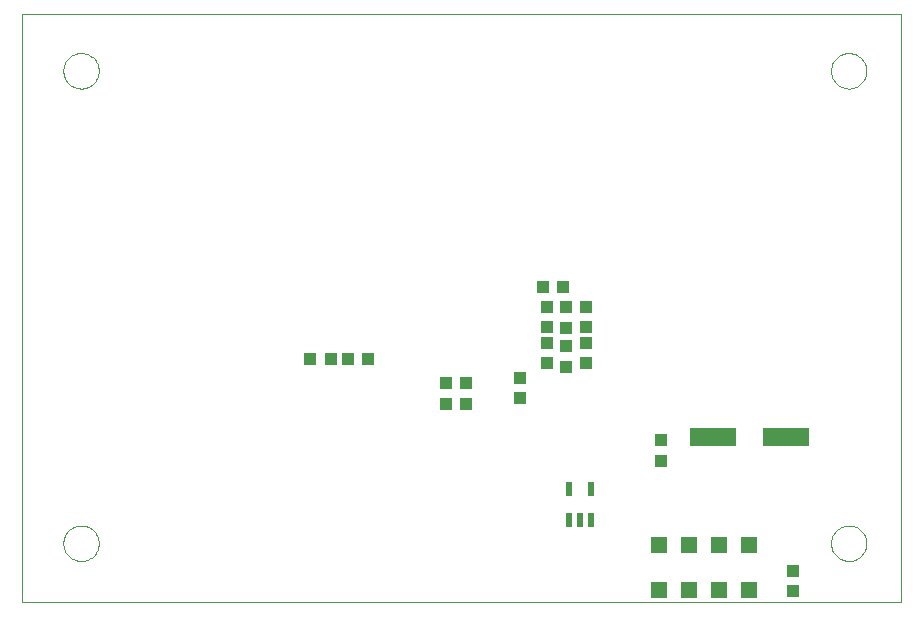
<source format=gbp>
G75*
%MOIN*%
%OFA0B0*%
%FSLAX24Y24*%
%IPPOS*%
%LPD*%
%AMOC8*
5,1,8,0,0,1.08239X$1,22.5*
%
%ADD10C,0.0000*%
%ADD11R,0.0413X0.0425*%
%ADD12R,0.0394X0.0433*%
%ADD13R,0.0425X0.0413*%
%ADD14R,0.0433X0.0394*%
%ADD15R,0.0551X0.0551*%
%ADD16R,0.0217X0.0472*%
%ADD17R,0.1575X0.0630*%
D10*
X000150Y004729D02*
X000150Y024329D01*
X029450Y024329D01*
X029450Y004729D01*
X000150Y004729D01*
X001528Y006697D02*
X001530Y006745D01*
X001536Y006793D01*
X001546Y006840D01*
X001559Y006886D01*
X001577Y006931D01*
X001597Y006975D01*
X001622Y007017D01*
X001650Y007056D01*
X001680Y007093D01*
X001714Y007127D01*
X001751Y007159D01*
X001789Y007188D01*
X001830Y007213D01*
X001873Y007235D01*
X001918Y007253D01*
X001964Y007267D01*
X002011Y007278D01*
X002059Y007285D01*
X002107Y007288D01*
X002155Y007287D01*
X002203Y007282D01*
X002251Y007273D01*
X002297Y007261D01*
X002342Y007244D01*
X002386Y007224D01*
X002428Y007201D01*
X002468Y007174D01*
X002506Y007144D01*
X002541Y007111D01*
X002573Y007075D01*
X002603Y007037D01*
X002629Y006996D01*
X002651Y006953D01*
X002671Y006909D01*
X002686Y006864D01*
X002698Y006817D01*
X002706Y006769D01*
X002710Y006721D01*
X002710Y006673D01*
X002706Y006625D01*
X002698Y006577D01*
X002686Y006530D01*
X002671Y006485D01*
X002651Y006441D01*
X002629Y006398D01*
X002603Y006357D01*
X002573Y006319D01*
X002541Y006283D01*
X002506Y006250D01*
X002468Y006220D01*
X002428Y006193D01*
X002386Y006170D01*
X002342Y006150D01*
X002297Y006133D01*
X002251Y006121D01*
X002203Y006112D01*
X002155Y006107D01*
X002107Y006106D01*
X002059Y006109D01*
X002011Y006116D01*
X001964Y006127D01*
X001918Y006141D01*
X001873Y006159D01*
X001830Y006181D01*
X001789Y006206D01*
X001751Y006235D01*
X001714Y006267D01*
X001680Y006301D01*
X001650Y006338D01*
X001622Y006377D01*
X001597Y006419D01*
X001577Y006463D01*
X001559Y006508D01*
X001546Y006554D01*
X001536Y006601D01*
X001530Y006649D01*
X001528Y006697D01*
X001528Y022445D02*
X001530Y022493D01*
X001536Y022541D01*
X001546Y022588D01*
X001559Y022634D01*
X001577Y022679D01*
X001597Y022723D01*
X001622Y022765D01*
X001650Y022804D01*
X001680Y022841D01*
X001714Y022875D01*
X001751Y022907D01*
X001789Y022936D01*
X001830Y022961D01*
X001873Y022983D01*
X001918Y023001D01*
X001964Y023015D01*
X002011Y023026D01*
X002059Y023033D01*
X002107Y023036D01*
X002155Y023035D01*
X002203Y023030D01*
X002251Y023021D01*
X002297Y023009D01*
X002342Y022992D01*
X002386Y022972D01*
X002428Y022949D01*
X002468Y022922D01*
X002506Y022892D01*
X002541Y022859D01*
X002573Y022823D01*
X002603Y022785D01*
X002629Y022744D01*
X002651Y022701D01*
X002671Y022657D01*
X002686Y022612D01*
X002698Y022565D01*
X002706Y022517D01*
X002710Y022469D01*
X002710Y022421D01*
X002706Y022373D01*
X002698Y022325D01*
X002686Y022278D01*
X002671Y022233D01*
X002651Y022189D01*
X002629Y022146D01*
X002603Y022105D01*
X002573Y022067D01*
X002541Y022031D01*
X002506Y021998D01*
X002468Y021968D01*
X002428Y021941D01*
X002386Y021918D01*
X002342Y021898D01*
X002297Y021881D01*
X002251Y021869D01*
X002203Y021860D01*
X002155Y021855D01*
X002107Y021854D01*
X002059Y021857D01*
X002011Y021864D01*
X001964Y021875D01*
X001918Y021889D01*
X001873Y021907D01*
X001830Y021929D01*
X001789Y021954D01*
X001751Y021983D01*
X001714Y022015D01*
X001680Y022049D01*
X001650Y022086D01*
X001622Y022125D01*
X001597Y022167D01*
X001577Y022211D01*
X001559Y022256D01*
X001546Y022302D01*
X001536Y022349D01*
X001530Y022397D01*
X001528Y022445D01*
X027118Y022445D02*
X027120Y022493D01*
X027126Y022541D01*
X027136Y022588D01*
X027149Y022634D01*
X027167Y022679D01*
X027187Y022723D01*
X027212Y022765D01*
X027240Y022804D01*
X027270Y022841D01*
X027304Y022875D01*
X027341Y022907D01*
X027379Y022936D01*
X027420Y022961D01*
X027463Y022983D01*
X027508Y023001D01*
X027554Y023015D01*
X027601Y023026D01*
X027649Y023033D01*
X027697Y023036D01*
X027745Y023035D01*
X027793Y023030D01*
X027841Y023021D01*
X027887Y023009D01*
X027932Y022992D01*
X027976Y022972D01*
X028018Y022949D01*
X028058Y022922D01*
X028096Y022892D01*
X028131Y022859D01*
X028163Y022823D01*
X028193Y022785D01*
X028219Y022744D01*
X028241Y022701D01*
X028261Y022657D01*
X028276Y022612D01*
X028288Y022565D01*
X028296Y022517D01*
X028300Y022469D01*
X028300Y022421D01*
X028296Y022373D01*
X028288Y022325D01*
X028276Y022278D01*
X028261Y022233D01*
X028241Y022189D01*
X028219Y022146D01*
X028193Y022105D01*
X028163Y022067D01*
X028131Y022031D01*
X028096Y021998D01*
X028058Y021968D01*
X028018Y021941D01*
X027976Y021918D01*
X027932Y021898D01*
X027887Y021881D01*
X027841Y021869D01*
X027793Y021860D01*
X027745Y021855D01*
X027697Y021854D01*
X027649Y021857D01*
X027601Y021864D01*
X027554Y021875D01*
X027508Y021889D01*
X027463Y021907D01*
X027420Y021929D01*
X027379Y021954D01*
X027341Y021983D01*
X027304Y022015D01*
X027270Y022049D01*
X027240Y022086D01*
X027212Y022125D01*
X027187Y022167D01*
X027167Y022211D01*
X027149Y022256D01*
X027136Y022302D01*
X027126Y022349D01*
X027120Y022397D01*
X027118Y022445D01*
X027118Y006697D02*
X027120Y006745D01*
X027126Y006793D01*
X027136Y006840D01*
X027149Y006886D01*
X027167Y006931D01*
X027187Y006975D01*
X027212Y007017D01*
X027240Y007056D01*
X027270Y007093D01*
X027304Y007127D01*
X027341Y007159D01*
X027379Y007188D01*
X027420Y007213D01*
X027463Y007235D01*
X027508Y007253D01*
X027554Y007267D01*
X027601Y007278D01*
X027649Y007285D01*
X027697Y007288D01*
X027745Y007287D01*
X027793Y007282D01*
X027841Y007273D01*
X027887Y007261D01*
X027932Y007244D01*
X027976Y007224D01*
X028018Y007201D01*
X028058Y007174D01*
X028096Y007144D01*
X028131Y007111D01*
X028163Y007075D01*
X028193Y007037D01*
X028219Y006996D01*
X028241Y006953D01*
X028261Y006909D01*
X028276Y006864D01*
X028288Y006817D01*
X028296Y006769D01*
X028300Y006721D01*
X028300Y006673D01*
X028296Y006625D01*
X028288Y006577D01*
X028276Y006530D01*
X028261Y006485D01*
X028241Y006441D01*
X028219Y006398D01*
X028193Y006357D01*
X028163Y006319D01*
X028131Y006283D01*
X028096Y006250D01*
X028058Y006220D01*
X028018Y006193D01*
X027976Y006170D01*
X027932Y006150D01*
X027887Y006133D01*
X027841Y006121D01*
X027793Y006112D01*
X027745Y006107D01*
X027697Y006106D01*
X027649Y006109D01*
X027601Y006116D01*
X027554Y006127D01*
X027508Y006141D01*
X027463Y006159D01*
X027420Y006181D01*
X027379Y006206D01*
X027341Y006235D01*
X027304Y006267D01*
X027270Y006301D01*
X027240Y006338D01*
X027212Y006377D01*
X027187Y006419D01*
X027167Y006463D01*
X027149Y006508D01*
X027136Y006554D01*
X027126Y006601D01*
X027120Y006649D01*
X027118Y006697D01*
D11*
X011694Y012829D03*
X011006Y012829D03*
X010444Y012829D03*
X009756Y012829D03*
D12*
X017515Y015229D03*
X018185Y015229D03*
D13*
X018300Y014573D03*
X018300Y013884D03*
X018300Y013273D03*
X018300Y012584D03*
X014950Y012023D03*
X014300Y012023D03*
X014300Y011334D03*
X014950Y011334D03*
X021450Y010123D03*
X021450Y009434D03*
D14*
X018950Y012694D03*
X018950Y013363D03*
X018950Y013894D03*
X018950Y014563D03*
X017650Y014563D03*
X017650Y013894D03*
X017650Y013363D03*
X017650Y012694D03*
X016750Y012213D03*
X016750Y011544D03*
X025850Y005763D03*
X025850Y005094D03*
D15*
X024400Y005131D03*
X023400Y005131D03*
X022400Y005131D03*
X021400Y005131D03*
X021400Y006627D03*
X022400Y006627D03*
X023400Y006627D03*
X024400Y006627D03*
D16*
X019124Y007467D03*
X018750Y007467D03*
X018376Y007467D03*
X018376Y008491D03*
X019124Y008491D03*
D17*
X023199Y010229D03*
X025601Y010229D03*
M02*

</source>
